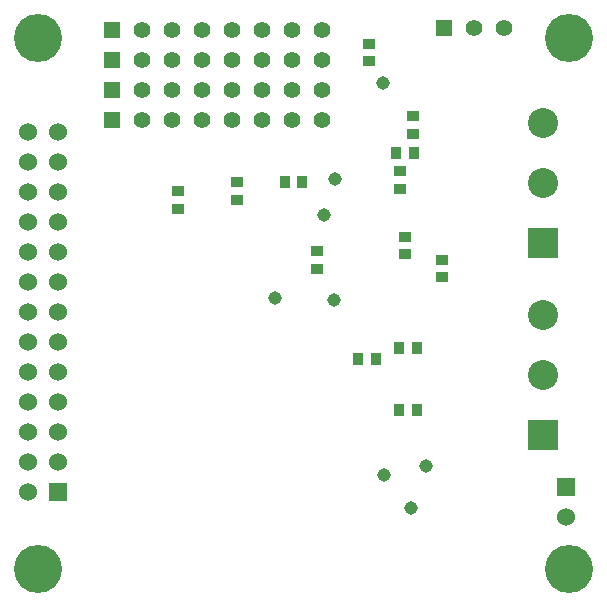
<source format=gbs>
G04 (created by PCBNEW (2013-may-18)-stable) date Tue 20 Oct 2015 09:02:20 PM EDT*
%MOIN*%
G04 Gerber Fmt 3.4, Leading zero omitted, Abs format*
%FSLAX34Y34*%
G01*
G70*
G90*
G04 APERTURE LIST*
%ADD10C,0.00590551*%
%ADD11R,0.055X0.055*%
%ADD12C,0.055*%
%ADD13R,0.06X0.06*%
%ADD14C,0.06*%
%ADD15R,0.0394X0.0354*%
%ADD16R,0.0354X0.0394*%
%ADD17R,0.1X0.1*%
%ADD18C,0.1*%
%ADD19C,0.045*%
%ADD20C,0.16*%
G04 APERTURE END LIST*
G54D10*
G54D11*
X43606Y-40877D03*
G54D12*
X44606Y-40877D03*
X45606Y-40877D03*
X46606Y-40877D03*
X47606Y-40877D03*
X48606Y-40877D03*
X49606Y-40877D03*
X50606Y-40877D03*
G54D11*
X43606Y-41877D03*
G54D12*
X44606Y-41877D03*
X45606Y-41877D03*
X46606Y-41877D03*
X47606Y-41877D03*
X48606Y-41877D03*
X49606Y-41877D03*
X50606Y-41877D03*
G54D11*
X43606Y-42877D03*
G54D12*
X44606Y-42877D03*
X45606Y-42877D03*
X46606Y-42877D03*
X47606Y-42877D03*
X48606Y-42877D03*
X49606Y-42877D03*
X50606Y-42877D03*
G54D11*
X43606Y-43877D03*
G54D12*
X44606Y-43877D03*
X45606Y-43877D03*
X46606Y-43877D03*
X47606Y-43877D03*
X48606Y-43877D03*
X49606Y-43877D03*
X50606Y-43877D03*
G54D11*
X54669Y-40826D03*
G54D12*
X55669Y-40826D03*
X56669Y-40826D03*
G54D13*
X58759Y-56133D03*
G54D14*
X58759Y-57133D03*
G54D13*
X41818Y-56295D03*
G54D14*
X40818Y-56295D03*
X41818Y-55295D03*
X40818Y-55295D03*
X41818Y-54295D03*
X40818Y-54295D03*
X41818Y-53295D03*
X40818Y-53295D03*
X41818Y-52295D03*
X40818Y-52295D03*
X41818Y-51295D03*
X40818Y-51295D03*
X41818Y-50295D03*
X40818Y-50295D03*
X41818Y-49295D03*
X40818Y-49295D03*
X41818Y-48295D03*
X40818Y-48295D03*
X41818Y-47295D03*
X40818Y-47295D03*
X41818Y-46295D03*
X40818Y-46295D03*
X41818Y-45295D03*
X40818Y-45295D03*
X41818Y-44295D03*
X40818Y-44295D03*
G54D15*
X53208Y-45589D03*
X53208Y-46181D03*
X52165Y-41337D03*
X52165Y-41929D03*
G54D16*
X49369Y-45964D03*
X49961Y-45964D03*
G54D15*
X50452Y-48858D03*
X50452Y-48266D03*
X45807Y-46259D03*
X45807Y-46851D03*
X47795Y-45963D03*
X47795Y-46555D03*
X53661Y-43759D03*
X53661Y-44351D03*
X54625Y-49134D03*
X54625Y-48542D03*
X53366Y-48366D03*
X53366Y-47774D03*
G54D16*
X53089Y-45000D03*
X53681Y-45000D03*
X53188Y-51476D03*
X53780Y-51476D03*
X53188Y-53562D03*
X53780Y-53562D03*
X52402Y-51850D03*
X51810Y-51850D03*
G54D17*
X57992Y-47984D03*
G54D18*
X57992Y-45984D03*
X57992Y-43984D03*
G54D17*
X57992Y-54381D03*
G54D18*
X57992Y-52381D03*
X57992Y-50381D03*
G54D19*
X52657Y-42637D03*
X51003Y-49881D03*
X51062Y-45846D03*
X53582Y-56811D03*
X50669Y-47047D03*
X49035Y-49822D03*
X52677Y-55728D03*
X54074Y-55413D03*
G54D20*
X41161Y-41161D03*
X58838Y-58838D03*
X58838Y-41161D03*
X41161Y-58838D03*
M02*

</source>
